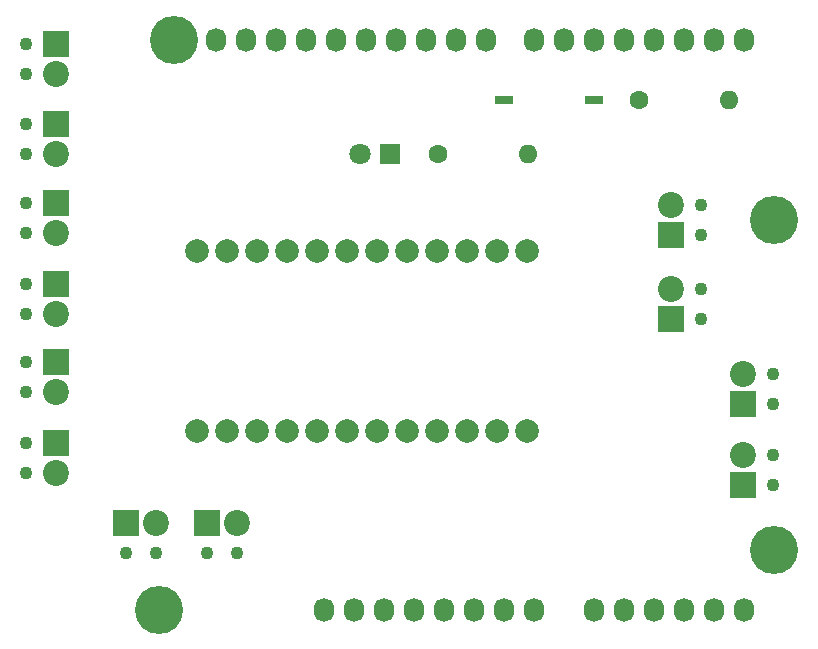
<source format=gts>
%TF.GenerationSoftware,KiCad,Pcbnew,5.1.10-88a1d61d58~90~ubuntu20.04.1*%
%TF.CreationDate,2021-09-15T20:54:35-06:00*%
%TF.ProjectId,Shiled,5368696c-6564-42e6-9b69-6361645f7063,rev?*%
%TF.SameCoordinates,Original*%
%TF.FileFunction,Soldermask,Top*%
%TF.FilePolarity,Negative*%
%FSLAX46Y46*%
G04 Gerber Fmt 4.6, Leading zero omitted, Abs format (unit mm)*
G04 Created by KiCad (PCBNEW 5.1.10-88a1d61d58~90~ubuntu20.04.1) date 2021-09-15 20:54:35*
%MOMM*%
%LPD*%
G01*
G04 APERTURE LIST*
%ADD10C,2.000000*%
%ADD11C,1.100000*%
%ADD12C,2.200000*%
%ADD13R,2.200000X2.200000*%
%ADD14O,1.600000X1.600000*%
%ADD15C,1.600000*%
%ADD16R,1.600000X0.760000*%
%ADD17C,1.800000*%
%ADD18R,1.800000X1.800000*%
%ADD19O,1.727200X2.032000*%
%ADD20C,4.064000*%
G04 APERTURE END LIST*
D10*
%TO.C,U1*%
X156083000Y-108712000D03*
X153543000Y-108712000D03*
X151003000Y-108712000D03*
X148463000Y-108712000D03*
X145923000Y-108712000D03*
X143383000Y-108712000D03*
X140843000Y-108712000D03*
X138303000Y-108712000D03*
X135763000Y-108712000D03*
X133223000Y-108712000D03*
X130683000Y-108712000D03*
X128143000Y-108712000D03*
X128143000Y-93472000D03*
X130683000Y-93472000D03*
X133223000Y-93472000D03*
X135763000Y-93472000D03*
X138303000Y-93472000D03*
X140843000Y-93472000D03*
X143383000Y-93472000D03*
X145923000Y-93472000D03*
X148463000Y-93472000D03*
X151003000Y-93472000D03*
X153543000Y-93472000D03*
X156083000Y-93472000D03*
%TD*%
D11*
%TO.C,J6*%
X170815000Y-89535000D03*
D12*
X168275000Y-89535000D03*
D11*
X170815000Y-92075000D03*
D13*
X168275000Y-92075000D03*
%TD*%
D14*
%TO.C,R3*%
X156210000Y-85217000D03*
D15*
X148590000Y-85217000D03*
%TD*%
D14*
%TO.C,R2*%
X173228000Y-80645000D03*
D15*
X165608000Y-80645000D03*
%TD*%
D16*
%TO.C,SW1*%
X154178000Y-80645000D03*
X161798000Y-80645000D03*
%TD*%
D11*
%TO.C,J5*%
X176911000Y-103886000D03*
D12*
X174371000Y-103886000D03*
D11*
X176911000Y-106426000D03*
D13*
X174371000Y-106426000D03*
%TD*%
D11*
%TO.C,J4*%
X113665000Y-112268000D03*
D12*
X116205000Y-112268000D03*
D11*
X113665000Y-109728000D03*
D13*
X116205000Y-109728000D03*
%TD*%
D11*
%TO.C,J3*%
X131572000Y-118999000D03*
D12*
X131572000Y-116459000D03*
D11*
X129032000Y-118999000D03*
D13*
X129032000Y-116459000D03*
%TD*%
D11*
%TO.C,J2*%
X113665000Y-98806000D03*
D12*
X116205000Y-98806000D03*
D11*
X113665000Y-96266000D03*
D13*
X116205000Y-96266000D03*
%TD*%
D11*
%TO.C,J1*%
X113665000Y-85217000D03*
D12*
X116205000Y-85217000D03*
D11*
X113665000Y-82677000D03*
D13*
X116205000Y-82677000D03*
%TD*%
D11*
%TO.C,E6*%
X124714000Y-118999000D03*
D12*
X124714000Y-116459000D03*
D11*
X122174000Y-118999000D03*
D13*
X122174000Y-116459000D03*
%TD*%
D11*
%TO.C,E5*%
X176911000Y-110744000D03*
D12*
X174371000Y-110744000D03*
D11*
X176911000Y-113284000D03*
D13*
X174371000Y-113284000D03*
%TD*%
D11*
%TO.C,E4*%
X170815000Y-96647000D03*
D12*
X168275000Y-96647000D03*
D11*
X170815000Y-99187000D03*
D13*
X168275000Y-99187000D03*
%TD*%
D11*
%TO.C,E3*%
X113665000Y-105410000D03*
D12*
X116205000Y-105410000D03*
D11*
X113665000Y-102870000D03*
D13*
X116205000Y-102870000D03*
%TD*%
D11*
%TO.C,E2*%
X113665000Y-91948000D03*
D12*
X116205000Y-91948000D03*
D11*
X113665000Y-89408000D03*
D13*
X116205000Y-89408000D03*
%TD*%
D11*
%TO.C,E1*%
X113665000Y-78486000D03*
D12*
X116205000Y-78486000D03*
D11*
X113665000Y-75946000D03*
D13*
X116205000Y-75946000D03*
%TD*%
D17*
%TO.C,D1*%
X141986000Y-85217000D03*
D18*
X144526000Y-85217000D03*
%TD*%
D19*
%TO.C,P1*%
X138938000Y-123825000D03*
X141478000Y-123825000D03*
X144018000Y-123825000D03*
X146558000Y-123825000D03*
X149098000Y-123825000D03*
X151638000Y-123825000D03*
X154178000Y-123825000D03*
X156718000Y-123825000D03*
%TD*%
%TO.C,P2*%
X161798000Y-123825000D03*
X164338000Y-123825000D03*
X166878000Y-123825000D03*
X169418000Y-123825000D03*
X171958000Y-123825000D03*
X174498000Y-123825000D03*
%TD*%
%TO.C,P3*%
X129794000Y-75565000D03*
X132334000Y-75565000D03*
X134874000Y-75565000D03*
X137414000Y-75565000D03*
X139954000Y-75565000D03*
X142494000Y-75565000D03*
X145034000Y-75565000D03*
X147574000Y-75565000D03*
X150114000Y-75565000D03*
X152654000Y-75565000D03*
%TD*%
%TO.C,P4*%
X156718000Y-75565000D03*
X159258000Y-75565000D03*
X161798000Y-75565000D03*
X164338000Y-75565000D03*
X166878000Y-75565000D03*
X169418000Y-75565000D03*
X171958000Y-75565000D03*
X174498000Y-75565000D03*
%TD*%
D20*
%TO.C,P5*%
X124968000Y-123825000D03*
%TD*%
%TO.C,P6*%
X177038000Y-118745000D03*
%TD*%
%TO.C,P7*%
X126238000Y-75565000D03*
%TD*%
%TO.C,P8*%
X177038000Y-90805000D03*
%TD*%
M02*

</source>
